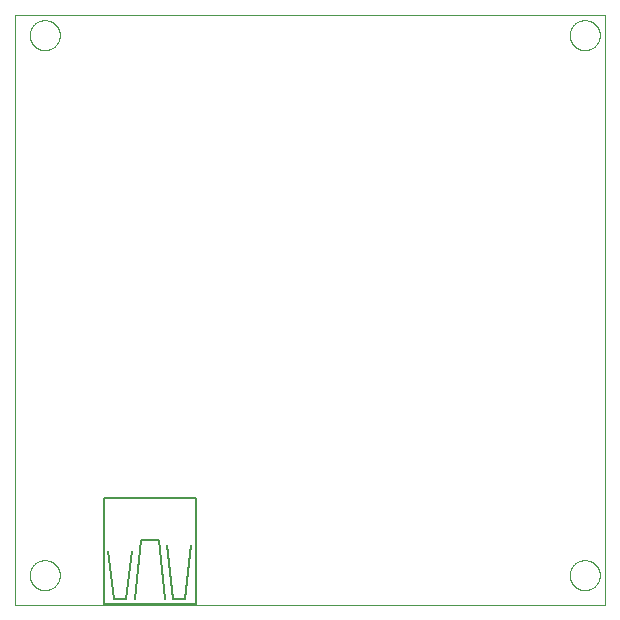
<source format=gbo>
G75*
%MOIN*%
%OFA0B0*%
%FSLAX25Y25*%
%IPPOS*%
%LPD*%
%AMOC8*
5,1,8,0,0,1.08239X$1,22.5*
%
%ADD10C,0.00000*%
%ADD11C,0.00500*%
D10*
X0001787Y0001787D02*
X0001787Y0198638D01*
X0198638Y0198638D01*
X0198638Y0001787D01*
X0001787Y0001787D01*
X0006787Y0011787D02*
X0006789Y0011928D01*
X0006795Y0012069D01*
X0006805Y0012209D01*
X0006819Y0012349D01*
X0006837Y0012489D01*
X0006858Y0012628D01*
X0006884Y0012767D01*
X0006913Y0012905D01*
X0006947Y0013041D01*
X0006984Y0013177D01*
X0007025Y0013312D01*
X0007070Y0013446D01*
X0007119Y0013578D01*
X0007171Y0013709D01*
X0007227Y0013838D01*
X0007287Y0013965D01*
X0007350Y0014091D01*
X0007416Y0014215D01*
X0007487Y0014338D01*
X0007560Y0014458D01*
X0007637Y0014576D01*
X0007717Y0014692D01*
X0007801Y0014805D01*
X0007887Y0014916D01*
X0007977Y0015025D01*
X0008070Y0015131D01*
X0008165Y0015234D01*
X0008264Y0015335D01*
X0008365Y0015433D01*
X0008469Y0015528D01*
X0008576Y0015620D01*
X0008685Y0015709D01*
X0008797Y0015794D01*
X0008911Y0015877D01*
X0009027Y0015957D01*
X0009146Y0016033D01*
X0009267Y0016105D01*
X0009389Y0016175D01*
X0009514Y0016240D01*
X0009640Y0016303D01*
X0009768Y0016361D01*
X0009898Y0016416D01*
X0010029Y0016468D01*
X0010162Y0016515D01*
X0010296Y0016559D01*
X0010431Y0016600D01*
X0010567Y0016636D01*
X0010704Y0016668D01*
X0010842Y0016697D01*
X0010980Y0016722D01*
X0011120Y0016742D01*
X0011260Y0016759D01*
X0011400Y0016772D01*
X0011541Y0016781D01*
X0011681Y0016786D01*
X0011822Y0016787D01*
X0011963Y0016784D01*
X0012104Y0016777D01*
X0012244Y0016766D01*
X0012384Y0016751D01*
X0012524Y0016732D01*
X0012663Y0016710D01*
X0012801Y0016683D01*
X0012939Y0016653D01*
X0013075Y0016618D01*
X0013211Y0016580D01*
X0013345Y0016538D01*
X0013479Y0016492D01*
X0013611Y0016443D01*
X0013741Y0016389D01*
X0013870Y0016332D01*
X0013997Y0016272D01*
X0014123Y0016208D01*
X0014246Y0016140D01*
X0014368Y0016069D01*
X0014488Y0015995D01*
X0014605Y0015917D01*
X0014720Y0015836D01*
X0014833Y0015752D01*
X0014944Y0015665D01*
X0015052Y0015574D01*
X0015157Y0015481D01*
X0015260Y0015384D01*
X0015360Y0015285D01*
X0015457Y0015183D01*
X0015551Y0015078D01*
X0015642Y0014971D01*
X0015730Y0014861D01*
X0015815Y0014749D01*
X0015897Y0014634D01*
X0015976Y0014517D01*
X0016051Y0014398D01*
X0016123Y0014277D01*
X0016191Y0014154D01*
X0016256Y0014029D01*
X0016318Y0013902D01*
X0016375Y0013773D01*
X0016430Y0013643D01*
X0016480Y0013512D01*
X0016527Y0013379D01*
X0016570Y0013245D01*
X0016609Y0013109D01*
X0016644Y0012973D01*
X0016676Y0012836D01*
X0016703Y0012698D01*
X0016727Y0012559D01*
X0016747Y0012419D01*
X0016763Y0012279D01*
X0016775Y0012139D01*
X0016783Y0011998D01*
X0016787Y0011857D01*
X0016787Y0011717D01*
X0016783Y0011576D01*
X0016775Y0011435D01*
X0016763Y0011295D01*
X0016747Y0011155D01*
X0016727Y0011015D01*
X0016703Y0010876D01*
X0016676Y0010738D01*
X0016644Y0010601D01*
X0016609Y0010465D01*
X0016570Y0010329D01*
X0016527Y0010195D01*
X0016480Y0010062D01*
X0016430Y0009931D01*
X0016375Y0009801D01*
X0016318Y0009672D01*
X0016256Y0009545D01*
X0016191Y0009420D01*
X0016123Y0009297D01*
X0016051Y0009176D01*
X0015976Y0009057D01*
X0015897Y0008940D01*
X0015815Y0008825D01*
X0015730Y0008713D01*
X0015642Y0008603D01*
X0015551Y0008496D01*
X0015457Y0008391D01*
X0015360Y0008289D01*
X0015260Y0008190D01*
X0015157Y0008093D01*
X0015052Y0008000D01*
X0014944Y0007909D01*
X0014833Y0007822D01*
X0014720Y0007738D01*
X0014605Y0007657D01*
X0014488Y0007579D01*
X0014368Y0007505D01*
X0014246Y0007434D01*
X0014123Y0007366D01*
X0013997Y0007302D01*
X0013870Y0007242D01*
X0013741Y0007185D01*
X0013611Y0007131D01*
X0013479Y0007082D01*
X0013345Y0007036D01*
X0013211Y0006994D01*
X0013075Y0006956D01*
X0012939Y0006921D01*
X0012801Y0006891D01*
X0012663Y0006864D01*
X0012524Y0006842D01*
X0012384Y0006823D01*
X0012244Y0006808D01*
X0012104Y0006797D01*
X0011963Y0006790D01*
X0011822Y0006787D01*
X0011681Y0006788D01*
X0011541Y0006793D01*
X0011400Y0006802D01*
X0011260Y0006815D01*
X0011120Y0006832D01*
X0010980Y0006852D01*
X0010842Y0006877D01*
X0010704Y0006906D01*
X0010567Y0006938D01*
X0010431Y0006974D01*
X0010296Y0007015D01*
X0010162Y0007059D01*
X0010029Y0007106D01*
X0009898Y0007158D01*
X0009768Y0007213D01*
X0009640Y0007271D01*
X0009514Y0007334D01*
X0009389Y0007399D01*
X0009267Y0007469D01*
X0009146Y0007541D01*
X0009027Y0007617D01*
X0008911Y0007697D01*
X0008797Y0007780D01*
X0008685Y0007865D01*
X0008576Y0007954D01*
X0008469Y0008046D01*
X0008365Y0008141D01*
X0008264Y0008239D01*
X0008165Y0008340D01*
X0008070Y0008443D01*
X0007977Y0008549D01*
X0007887Y0008658D01*
X0007801Y0008769D01*
X0007717Y0008882D01*
X0007637Y0008998D01*
X0007560Y0009116D01*
X0007487Y0009236D01*
X0007416Y0009359D01*
X0007350Y0009483D01*
X0007287Y0009609D01*
X0007227Y0009736D01*
X0007171Y0009865D01*
X0007119Y0009996D01*
X0007070Y0010128D01*
X0007025Y0010262D01*
X0006984Y0010397D01*
X0006947Y0010533D01*
X0006913Y0010669D01*
X0006884Y0010807D01*
X0006858Y0010946D01*
X0006837Y0011085D01*
X0006819Y0011225D01*
X0006805Y0011365D01*
X0006795Y0011505D01*
X0006789Y0011646D01*
X0006787Y0011787D01*
X0006787Y0191787D02*
X0006789Y0191928D01*
X0006795Y0192069D01*
X0006805Y0192209D01*
X0006819Y0192349D01*
X0006837Y0192489D01*
X0006858Y0192628D01*
X0006884Y0192767D01*
X0006913Y0192905D01*
X0006947Y0193041D01*
X0006984Y0193177D01*
X0007025Y0193312D01*
X0007070Y0193446D01*
X0007119Y0193578D01*
X0007171Y0193709D01*
X0007227Y0193838D01*
X0007287Y0193965D01*
X0007350Y0194091D01*
X0007416Y0194215D01*
X0007487Y0194338D01*
X0007560Y0194458D01*
X0007637Y0194576D01*
X0007717Y0194692D01*
X0007801Y0194805D01*
X0007887Y0194916D01*
X0007977Y0195025D01*
X0008070Y0195131D01*
X0008165Y0195234D01*
X0008264Y0195335D01*
X0008365Y0195433D01*
X0008469Y0195528D01*
X0008576Y0195620D01*
X0008685Y0195709D01*
X0008797Y0195794D01*
X0008911Y0195877D01*
X0009027Y0195957D01*
X0009146Y0196033D01*
X0009267Y0196105D01*
X0009389Y0196175D01*
X0009514Y0196240D01*
X0009640Y0196303D01*
X0009768Y0196361D01*
X0009898Y0196416D01*
X0010029Y0196468D01*
X0010162Y0196515D01*
X0010296Y0196559D01*
X0010431Y0196600D01*
X0010567Y0196636D01*
X0010704Y0196668D01*
X0010842Y0196697D01*
X0010980Y0196722D01*
X0011120Y0196742D01*
X0011260Y0196759D01*
X0011400Y0196772D01*
X0011541Y0196781D01*
X0011681Y0196786D01*
X0011822Y0196787D01*
X0011963Y0196784D01*
X0012104Y0196777D01*
X0012244Y0196766D01*
X0012384Y0196751D01*
X0012524Y0196732D01*
X0012663Y0196710D01*
X0012801Y0196683D01*
X0012939Y0196653D01*
X0013075Y0196618D01*
X0013211Y0196580D01*
X0013345Y0196538D01*
X0013479Y0196492D01*
X0013611Y0196443D01*
X0013741Y0196389D01*
X0013870Y0196332D01*
X0013997Y0196272D01*
X0014123Y0196208D01*
X0014246Y0196140D01*
X0014368Y0196069D01*
X0014488Y0195995D01*
X0014605Y0195917D01*
X0014720Y0195836D01*
X0014833Y0195752D01*
X0014944Y0195665D01*
X0015052Y0195574D01*
X0015157Y0195481D01*
X0015260Y0195384D01*
X0015360Y0195285D01*
X0015457Y0195183D01*
X0015551Y0195078D01*
X0015642Y0194971D01*
X0015730Y0194861D01*
X0015815Y0194749D01*
X0015897Y0194634D01*
X0015976Y0194517D01*
X0016051Y0194398D01*
X0016123Y0194277D01*
X0016191Y0194154D01*
X0016256Y0194029D01*
X0016318Y0193902D01*
X0016375Y0193773D01*
X0016430Y0193643D01*
X0016480Y0193512D01*
X0016527Y0193379D01*
X0016570Y0193245D01*
X0016609Y0193109D01*
X0016644Y0192973D01*
X0016676Y0192836D01*
X0016703Y0192698D01*
X0016727Y0192559D01*
X0016747Y0192419D01*
X0016763Y0192279D01*
X0016775Y0192139D01*
X0016783Y0191998D01*
X0016787Y0191857D01*
X0016787Y0191717D01*
X0016783Y0191576D01*
X0016775Y0191435D01*
X0016763Y0191295D01*
X0016747Y0191155D01*
X0016727Y0191015D01*
X0016703Y0190876D01*
X0016676Y0190738D01*
X0016644Y0190601D01*
X0016609Y0190465D01*
X0016570Y0190329D01*
X0016527Y0190195D01*
X0016480Y0190062D01*
X0016430Y0189931D01*
X0016375Y0189801D01*
X0016318Y0189672D01*
X0016256Y0189545D01*
X0016191Y0189420D01*
X0016123Y0189297D01*
X0016051Y0189176D01*
X0015976Y0189057D01*
X0015897Y0188940D01*
X0015815Y0188825D01*
X0015730Y0188713D01*
X0015642Y0188603D01*
X0015551Y0188496D01*
X0015457Y0188391D01*
X0015360Y0188289D01*
X0015260Y0188190D01*
X0015157Y0188093D01*
X0015052Y0188000D01*
X0014944Y0187909D01*
X0014833Y0187822D01*
X0014720Y0187738D01*
X0014605Y0187657D01*
X0014488Y0187579D01*
X0014368Y0187505D01*
X0014246Y0187434D01*
X0014123Y0187366D01*
X0013997Y0187302D01*
X0013870Y0187242D01*
X0013741Y0187185D01*
X0013611Y0187131D01*
X0013479Y0187082D01*
X0013345Y0187036D01*
X0013211Y0186994D01*
X0013075Y0186956D01*
X0012939Y0186921D01*
X0012801Y0186891D01*
X0012663Y0186864D01*
X0012524Y0186842D01*
X0012384Y0186823D01*
X0012244Y0186808D01*
X0012104Y0186797D01*
X0011963Y0186790D01*
X0011822Y0186787D01*
X0011681Y0186788D01*
X0011541Y0186793D01*
X0011400Y0186802D01*
X0011260Y0186815D01*
X0011120Y0186832D01*
X0010980Y0186852D01*
X0010842Y0186877D01*
X0010704Y0186906D01*
X0010567Y0186938D01*
X0010431Y0186974D01*
X0010296Y0187015D01*
X0010162Y0187059D01*
X0010029Y0187106D01*
X0009898Y0187158D01*
X0009768Y0187213D01*
X0009640Y0187271D01*
X0009514Y0187334D01*
X0009389Y0187399D01*
X0009267Y0187469D01*
X0009146Y0187541D01*
X0009027Y0187617D01*
X0008911Y0187697D01*
X0008797Y0187780D01*
X0008685Y0187865D01*
X0008576Y0187954D01*
X0008469Y0188046D01*
X0008365Y0188141D01*
X0008264Y0188239D01*
X0008165Y0188340D01*
X0008070Y0188443D01*
X0007977Y0188549D01*
X0007887Y0188658D01*
X0007801Y0188769D01*
X0007717Y0188882D01*
X0007637Y0188998D01*
X0007560Y0189116D01*
X0007487Y0189236D01*
X0007416Y0189359D01*
X0007350Y0189483D01*
X0007287Y0189609D01*
X0007227Y0189736D01*
X0007171Y0189865D01*
X0007119Y0189996D01*
X0007070Y0190128D01*
X0007025Y0190262D01*
X0006984Y0190397D01*
X0006947Y0190533D01*
X0006913Y0190669D01*
X0006884Y0190807D01*
X0006858Y0190946D01*
X0006837Y0191085D01*
X0006819Y0191225D01*
X0006805Y0191365D01*
X0006795Y0191505D01*
X0006789Y0191646D01*
X0006787Y0191787D01*
X0186787Y0191787D02*
X0186789Y0191928D01*
X0186795Y0192069D01*
X0186805Y0192209D01*
X0186819Y0192349D01*
X0186837Y0192489D01*
X0186858Y0192628D01*
X0186884Y0192767D01*
X0186913Y0192905D01*
X0186947Y0193041D01*
X0186984Y0193177D01*
X0187025Y0193312D01*
X0187070Y0193446D01*
X0187119Y0193578D01*
X0187171Y0193709D01*
X0187227Y0193838D01*
X0187287Y0193965D01*
X0187350Y0194091D01*
X0187416Y0194215D01*
X0187487Y0194338D01*
X0187560Y0194458D01*
X0187637Y0194576D01*
X0187717Y0194692D01*
X0187801Y0194805D01*
X0187887Y0194916D01*
X0187977Y0195025D01*
X0188070Y0195131D01*
X0188165Y0195234D01*
X0188264Y0195335D01*
X0188365Y0195433D01*
X0188469Y0195528D01*
X0188576Y0195620D01*
X0188685Y0195709D01*
X0188797Y0195794D01*
X0188911Y0195877D01*
X0189027Y0195957D01*
X0189146Y0196033D01*
X0189267Y0196105D01*
X0189389Y0196175D01*
X0189514Y0196240D01*
X0189640Y0196303D01*
X0189768Y0196361D01*
X0189898Y0196416D01*
X0190029Y0196468D01*
X0190162Y0196515D01*
X0190296Y0196559D01*
X0190431Y0196600D01*
X0190567Y0196636D01*
X0190704Y0196668D01*
X0190842Y0196697D01*
X0190980Y0196722D01*
X0191120Y0196742D01*
X0191260Y0196759D01*
X0191400Y0196772D01*
X0191541Y0196781D01*
X0191681Y0196786D01*
X0191822Y0196787D01*
X0191963Y0196784D01*
X0192104Y0196777D01*
X0192244Y0196766D01*
X0192384Y0196751D01*
X0192524Y0196732D01*
X0192663Y0196710D01*
X0192801Y0196683D01*
X0192939Y0196653D01*
X0193075Y0196618D01*
X0193211Y0196580D01*
X0193345Y0196538D01*
X0193479Y0196492D01*
X0193611Y0196443D01*
X0193741Y0196389D01*
X0193870Y0196332D01*
X0193997Y0196272D01*
X0194123Y0196208D01*
X0194246Y0196140D01*
X0194368Y0196069D01*
X0194488Y0195995D01*
X0194605Y0195917D01*
X0194720Y0195836D01*
X0194833Y0195752D01*
X0194944Y0195665D01*
X0195052Y0195574D01*
X0195157Y0195481D01*
X0195260Y0195384D01*
X0195360Y0195285D01*
X0195457Y0195183D01*
X0195551Y0195078D01*
X0195642Y0194971D01*
X0195730Y0194861D01*
X0195815Y0194749D01*
X0195897Y0194634D01*
X0195976Y0194517D01*
X0196051Y0194398D01*
X0196123Y0194277D01*
X0196191Y0194154D01*
X0196256Y0194029D01*
X0196318Y0193902D01*
X0196375Y0193773D01*
X0196430Y0193643D01*
X0196480Y0193512D01*
X0196527Y0193379D01*
X0196570Y0193245D01*
X0196609Y0193109D01*
X0196644Y0192973D01*
X0196676Y0192836D01*
X0196703Y0192698D01*
X0196727Y0192559D01*
X0196747Y0192419D01*
X0196763Y0192279D01*
X0196775Y0192139D01*
X0196783Y0191998D01*
X0196787Y0191857D01*
X0196787Y0191717D01*
X0196783Y0191576D01*
X0196775Y0191435D01*
X0196763Y0191295D01*
X0196747Y0191155D01*
X0196727Y0191015D01*
X0196703Y0190876D01*
X0196676Y0190738D01*
X0196644Y0190601D01*
X0196609Y0190465D01*
X0196570Y0190329D01*
X0196527Y0190195D01*
X0196480Y0190062D01*
X0196430Y0189931D01*
X0196375Y0189801D01*
X0196318Y0189672D01*
X0196256Y0189545D01*
X0196191Y0189420D01*
X0196123Y0189297D01*
X0196051Y0189176D01*
X0195976Y0189057D01*
X0195897Y0188940D01*
X0195815Y0188825D01*
X0195730Y0188713D01*
X0195642Y0188603D01*
X0195551Y0188496D01*
X0195457Y0188391D01*
X0195360Y0188289D01*
X0195260Y0188190D01*
X0195157Y0188093D01*
X0195052Y0188000D01*
X0194944Y0187909D01*
X0194833Y0187822D01*
X0194720Y0187738D01*
X0194605Y0187657D01*
X0194488Y0187579D01*
X0194368Y0187505D01*
X0194246Y0187434D01*
X0194123Y0187366D01*
X0193997Y0187302D01*
X0193870Y0187242D01*
X0193741Y0187185D01*
X0193611Y0187131D01*
X0193479Y0187082D01*
X0193345Y0187036D01*
X0193211Y0186994D01*
X0193075Y0186956D01*
X0192939Y0186921D01*
X0192801Y0186891D01*
X0192663Y0186864D01*
X0192524Y0186842D01*
X0192384Y0186823D01*
X0192244Y0186808D01*
X0192104Y0186797D01*
X0191963Y0186790D01*
X0191822Y0186787D01*
X0191681Y0186788D01*
X0191541Y0186793D01*
X0191400Y0186802D01*
X0191260Y0186815D01*
X0191120Y0186832D01*
X0190980Y0186852D01*
X0190842Y0186877D01*
X0190704Y0186906D01*
X0190567Y0186938D01*
X0190431Y0186974D01*
X0190296Y0187015D01*
X0190162Y0187059D01*
X0190029Y0187106D01*
X0189898Y0187158D01*
X0189768Y0187213D01*
X0189640Y0187271D01*
X0189514Y0187334D01*
X0189389Y0187399D01*
X0189267Y0187469D01*
X0189146Y0187541D01*
X0189027Y0187617D01*
X0188911Y0187697D01*
X0188797Y0187780D01*
X0188685Y0187865D01*
X0188576Y0187954D01*
X0188469Y0188046D01*
X0188365Y0188141D01*
X0188264Y0188239D01*
X0188165Y0188340D01*
X0188070Y0188443D01*
X0187977Y0188549D01*
X0187887Y0188658D01*
X0187801Y0188769D01*
X0187717Y0188882D01*
X0187637Y0188998D01*
X0187560Y0189116D01*
X0187487Y0189236D01*
X0187416Y0189359D01*
X0187350Y0189483D01*
X0187287Y0189609D01*
X0187227Y0189736D01*
X0187171Y0189865D01*
X0187119Y0189996D01*
X0187070Y0190128D01*
X0187025Y0190262D01*
X0186984Y0190397D01*
X0186947Y0190533D01*
X0186913Y0190669D01*
X0186884Y0190807D01*
X0186858Y0190946D01*
X0186837Y0191085D01*
X0186819Y0191225D01*
X0186805Y0191365D01*
X0186795Y0191505D01*
X0186789Y0191646D01*
X0186787Y0191787D01*
X0186787Y0011787D02*
X0186789Y0011928D01*
X0186795Y0012069D01*
X0186805Y0012209D01*
X0186819Y0012349D01*
X0186837Y0012489D01*
X0186858Y0012628D01*
X0186884Y0012767D01*
X0186913Y0012905D01*
X0186947Y0013041D01*
X0186984Y0013177D01*
X0187025Y0013312D01*
X0187070Y0013446D01*
X0187119Y0013578D01*
X0187171Y0013709D01*
X0187227Y0013838D01*
X0187287Y0013965D01*
X0187350Y0014091D01*
X0187416Y0014215D01*
X0187487Y0014338D01*
X0187560Y0014458D01*
X0187637Y0014576D01*
X0187717Y0014692D01*
X0187801Y0014805D01*
X0187887Y0014916D01*
X0187977Y0015025D01*
X0188070Y0015131D01*
X0188165Y0015234D01*
X0188264Y0015335D01*
X0188365Y0015433D01*
X0188469Y0015528D01*
X0188576Y0015620D01*
X0188685Y0015709D01*
X0188797Y0015794D01*
X0188911Y0015877D01*
X0189027Y0015957D01*
X0189146Y0016033D01*
X0189267Y0016105D01*
X0189389Y0016175D01*
X0189514Y0016240D01*
X0189640Y0016303D01*
X0189768Y0016361D01*
X0189898Y0016416D01*
X0190029Y0016468D01*
X0190162Y0016515D01*
X0190296Y0016559D01*
X0190431Y0016600D01*
X0190567Y0016636D01*
X0190704Y0016668D01*
X0190842Y0016697D01*
X0190980Y0016722D01*
X0191120Y0016742D01*
X0191260Y0016759D01*
X0191400Y0016772D01*
X0191541Y0016781D01*
X0191681Y0016786D01*
X0191822Y0016787D01*
X0191963Y0016784D01*
X0192104Y0016777D01*
X0192244Y0016766D01*
X0192384Y0016751D01*
X0192524Y0016732D01*
X0192663Y0016710D01*
X0192801Y0016683D01*
X0192939Y0016653D01*
X0193075Y0016618D01*
X0193211Y0016580D01*
X0193345Y0016538D01*
X0193479Y0016492D01*
X0193611Y0016443D01*
X0193741Y0016389D01*
X0193870Y0016332D01*
X0193997Y0016272D01*
X0194123Y0016208D01*
X0194246Y0016140D01*
X0194368Y0016069D01*
X0194488Y0015995D01*
X0194605Y0015917D01*
X0194720Y0015836D01*
X0194833Y0015752D01*
X0194944Y0015665D01*
X0195052Y0015574D01*
X0195157Y0015481D01*
X0195260Y0015384D01*
X0195360Y0015285D01*
X0195457Y0015183D01*
X0195551Y0015078D01*
X0195642Y0014971D01*
X0195730Y0014861D01*
X0195815Y0014749D01*
X0195897Y0014634D01*
X0195976Y0014517D01*
X0196051Y0014398D01*
X0196123Y0014277D01*
X0196191Y0014154D01*
X0196256Y0014029D01*
X0196318Y0013902D01*
X0196375Y0013773D01*
X0196430Y0013643D01*
X0196480Y0013512D01*
X0196527Y0013379D01*
X0196570Y0013245D01*
X0196609Y0013109D01*
X0196644Y0012973D01*
X0196676Y0012836D01*
X0196703Y0012698D01*
X0196727Y0012559D01*
X0196747Y0012419D01*
X0196763Y0012279D01*
X0196775Y0012139D01*
X0196783Y0011998D01*
X0196787Y0011857D01*
X0196787Y0011717D01*
X0196783Y0011576D01*
X0196775Y0011435D01*
X0196763Y0011295D01*
X0196747Y0011155D01*
X0196727Y0011015D01*
X0196703Y0010876D01*
X0196676Y0010738D01*
X0196644Y0010601D01*
X0196609Y0010465D01*
X0196570Y0010329D01*
X0196527Y0010195D01*
X0196480Y0010062D01*
X0196430Y0009931D01*
X0196375Y0009801D01*
X0196318Y0009672D01*
X0196256Y0009545D01*
X0196191Y0009420D01*
X0196123Y0009297D01*
X0196051Y0009176D01*
X0195976Y0009057D01*
X0195897Y0008940D01*
X0195815Y0008825D01*
X0195730Y0008713D01*
X0195642Y0008603D01*
X0195551Y0008496D01*
X0195457Y0008391D01*
X0195360Y0008289D01*
X0195260Y0008190D01*
X0195157Y0008093D01*
X0195052Y0008000D01*
X0194944Y0007909D01*
X0194833Y0007822D01*
X0194720Y0007738D01*
X0194605Y0007657D01*
X0194488Y0007579D01*
X0194368Y0007505D01*
X0194246Y0007434D01*
X0194123Y0007366D01*
X0193997Y0007302D01*
X0193870Y0007242D01*
X0193741Y0007185D01*
X0193611Y0007131D01*
X0193479Y0007082D01*
X0193345Y0007036D01*
X0193211Y0006994D01*
X0193075Y0006956D01*
X0192939Y0006921D01*
X0192801Y0006891D01*
X0192663Y0006864D01*
X0192524Y0006842D01*
X0192384Y0006823D01*
X0192244Y0006808D01*
X0192104Y0006797D01*
X0191963Y0006790D01*
X0191822Y0006787D01*
X0191681Y0006788D01*
X0191541Y0006793D01*
X0191400Y0006802D01*
X0191260Y0006815D01*
X0191120Y0006832D01*
X0190980Y0006852D01*
X0190842Y0006877D01*
X0190704Y0006906D01*
X0190567Y0006938D01*
X0190431Y0006974D01*
X0190296Y0007015D01*
X0190162Y0007059D01*
X0190029Y0007106D01*
X0189898Y0007158D01*
X0189768Y0007213D01*
X0189640Y0007271D01*
X0189514Y0007334D01*
X0189389Y0007399D01*
X0189267Y0007469D01*
X0189146Y0007541D01*
X0189027Y0007617D01*
X0188911Y0007697D01*
X0188797Y0007780D01*
X0188685Y0007865D01*
X0188576Y0007954D01*
X0188469Y0008046D01*
X0188365Y0008141D01*
X0188264Y0008239D01*
X0188165Y0008340D01*
X0188070Y0008443D01*
X0187977Y0008549D01*
X0187887Y0008658D01*
X0187801Y0008769D01*
X0187717Y0008882D01*
X0187637Y0008998D01*
X0187560Y0009116D01*
X0187487Y0009236D01*
X0187416Y0009359D01*
X0187350Y0009483D01*
X0187287Y0009609D01*
X0187227Y0009736D01*
X0187171Y0009865D01*
X0187119Y0009996D01*
X0187070Y0010128D01*
X0187025Y0010262D01*
X0186984Y0010397D01*
X0186947Y0010533D01*
X0186913Y0010669D01*
X0186884Y0010807D01*
X0186858Y0010946D01*
X0186837Y0011085D01*
X0186819Y0011225D01*
X0186805Y0011365D01*
X0186795Y0011505D01*
X0186789Y0011646D01*
X0186787Y0011787D01*
D11*
X0062142Y0002024D02*
X0062142Y0037457D01*
X0031433Y0037457D01*
X0031433Y0002024D01*
X0062142Y0002024D01*
X0058598Y0003992D02*
X0054661Y0003992D01*
X0052693Y0021709D01*
X0049740Y0023677D02*
X0051709Y0003992D01*
X0058598Y0003992D02*
X0060567Y0021709D01*
X0049740Y0023677D02*
X0043835Y0023677D01*
X0041866Y0003992D01*
X0038913Y0003992D02*
X0040882Y0019740D01*
X0033008Y0019740D02*
X0034976Y0003992D01*
X0038913Y0003992D01*
M02*

</source>
